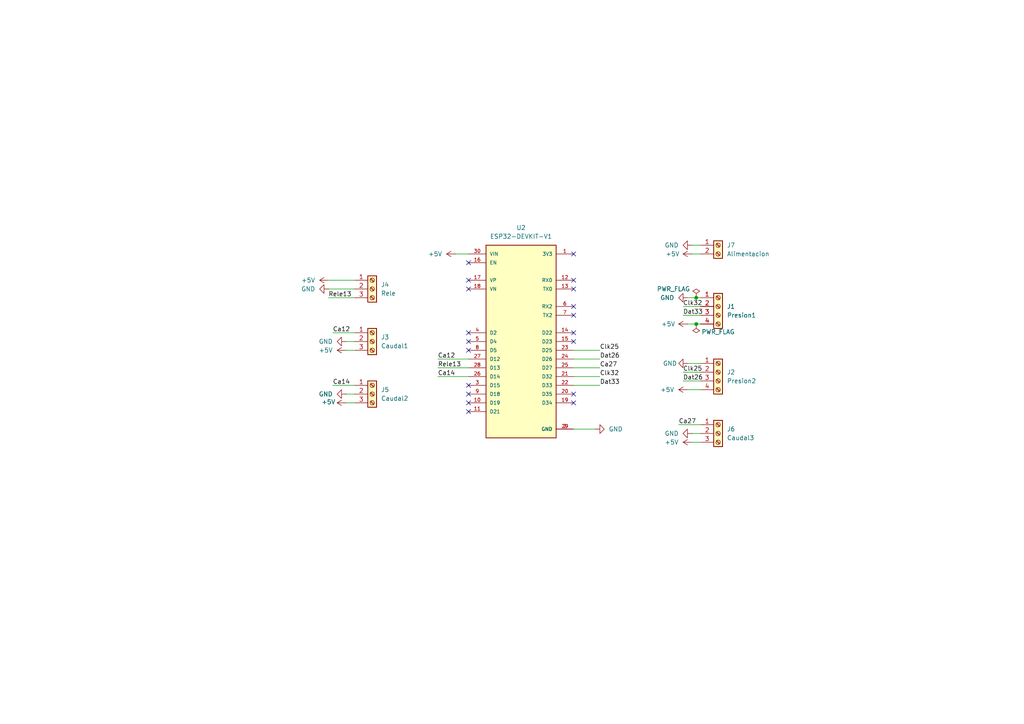
<source format=kicad_sch>
(kicad_sch (version 20250114) (generator "eeschema") (generator_version "9.0")
  (paper "A4")
  (title_block (title "Dispositivo de Análisis de Fugas en Acueducto") (date "17/07/2025"))
  (lib_symbols
    (symbol "BORNERAS:Screw_Terminal_01x02" (pin_names (offset 1.016) (hide yes))
      (property "Reference" "J" (at 0 2.54 0))
      (property "Value" "Screw_Terminal_01x02" (at 0 -5.08 0))
      (symbol "Screw_Terminal_01x02_1_1"
        (rectangle (start -1.27 1.27) (end 1.27 -3.81) (stroke (width 0.254)) (fill (type background)))
        (polyline (pts (xy -0.5334 0.3302) (xy 0.3302 -0.508)) (stroke (width 0.1524)))
        (polyline (pts (xy -0.5334 -2.2098) (xy 0.3302 -3.048)) (stroke (width 0.1524)))
        (polyline (pts (xy -0.3556 0.508) (xy 0.508 -0.3302)) (stroke (width 0.1524)))
        (polyline (pts (xy -0.3556 -2.032) (xy 0.508 -2.8702)) (stroke (width 0.1524)))
        (circle (center 0 0) (radius 0.635) (stroke (width 0.1524)))
        (circle (center 0 -2.54) (radius 0.635) (stroke (width 0.1524)))
        (pin passive line (at -5.08 0 0) (length 3.81) (name "Pin_1") (number "1"))
        (pin passive line (at -5.08 -2.54 0) (length 3.81) (name "Pin_2") (number "2"))
      )
    )
    (symbol "BORNERAS:Screw_Terminal_01x03" (pin_names (offset 1.016) (hide yes))
      (property "Reference" "J" (at 0 5.08 0))
      (property "Value" "Screw_Terminal_01x03" (at 0 -5.08 0))
      (symbol "Screw_Terminal_01x03_1_1"
        (rectangle (start -1.27 3.81) (end 1.27 -3.81) (stroke (width 0.254)) (fill (type background)))
        (polyline (pts (xy -0.5334 2.8702) (xy 0.3302 2.032)) (stroke (width 0.1524)))
        (polyline (pts (xy -0.5334 0.3302) (xy 0.3302 -0.508)) (stroke (width 0.1524)))
        (polyline (pts (xy -0.5334 -2.2098) (xy 0.3302 -3.048)) (stroke (width 0.1524)))
        (polyline (pts (xy -0.3556 3.048) (xy 0.508 2.2098)) (stroke (width 0.1524)))
        (polyline (pts (xy -0.3556 0.508) (xy 0.508 -0.3302)) (stroke (width 0.1524)))
        (polyline (pts (xy -0.3556 -2.032) (xy 0.508 -2.8702)) (stroke (width 0.1524)))
        (circle (center 0 2.54) (radius 0.635) (stroke (width 0.1524)))
        (circle (center 0 0) (radius 0.635) (stroke (width 0.1524)))
        (circle (center 0 -2.54) (radius 0.635) (stroke (width 0.1524)))
        (pin passive line (at -5.08 2.54 0) (length 3.81) (name "Pin_1") (number "1"))
        (pin passive line (at -5.08 0 0) (length 3.81) (name "Pin_2") (number "2"))
        (pin passive line (at -5.08 -2.54 0) (length 3.81) (name "Pin_3") (number "3"))
      )
    )
    (symbol "BORNERAS:Screw_Terminal_01x04" (pin_names (offset 1.016) (hide yes))
      (property "Reference" "J" (at 0 5.08 0))
      (property "Value" "Screw_Terminal_01x04" (at 0 -7.62 0))
      (symbol "Screw_Terminal_01x04_1_1"
        (rectangle (start -1.27 3.81) (end 1.27 -6.35) (stroke (width 0.254)) (fill (type background)))
        (polyline (pts (xy -0.5334 2.8702) (xy 0.3302 2.032)) (stroke (width 0.1524)))
        (polyline (pts (xy -0.5334 0.3302) (xy 0.3302 -0.508)) (stroke (width 0.1524)))
        (polyline (pts (xy -0.5334 -2.2098) (xy 0.3302 -3.048)) (stroke (width 0.1524)))
        (polyline (pts (xy -0.5334 -4.7498) (xy 0.3302 -5.588)) (stroke (width 0.1524)))
        (polyline (pts (xy -0.3556 3.048) (xy 0.508 2.2098)) (stroke (width 0.1524)))
        (polyline (pts (xy -0.3556 0.508) (xy 0.508 -0.3302)) (stroke (width 0.1524)))
        (polyline (pts (xy -0.3556 -2.032) (xy 0.508 -2.8702)) (stroke (width 0.1524)))
        (polyline (pts (xy -0.3556 -4.572) (xy 0.508 -5.4102)) (stroke (width 0.1524)))
        (circle (center 0 2.54) (radius 0.635) (stroke (width 0.1524)))
        (circle (center 0 0) (radius 0.635) (stroke (width 0.1524)))
        (circle (center 0 -2.54) (radius 0.635) (stroke (width 0.1524)))
        (circle (center 0 -5.08) (radius 0.635) (stroke (width 0.1524)))
        (pin passive line (at -5.08 2.54 0) (length 3.81) (name "Pin_1") (number "1"))
        (pin passive line (at -5.08 0 0) (length 3.81) (name "Pin_2") (number "2"))
        (pin passive line (at -5.08 -2.54 0) (length 3.81) (name "Pin_3") (number "3"))
        (pin passive line (at -5.08 -5.08 0) (length 3.81) (name "Pin_4") (number "4"))
      )
    )
    (symbol "DEVKIT-ESP32:ESP32-DEVKIT-V1" (pin_names (offset 1.016))
      (property "Reference" "U" (at -10.16 30.48 0))
      (property "Value" "ESP32-DEVKIT-V1" (at -10.16 -30.48 0))
      (symbol "ESP32-DEVKIT-V1_0_0"
        (rectangle (start -10.16 -27.94) (end 10.16 27.94) (stroke (width 0.254)) (fill (type background)))
        (pin input line (at -15.24 25.4 0) (length 5.08) (name "VIN") (number "30"))
        (pin input line (at -15.24 22.86 0) (length 5.08) (name "EN") (number "16"))
        (pin bidirectional line (at -15.24 17.78 0) (length 5.08) (name "VP") (number "17"))
        (pin bidirectional line (at -15.24 15.24 0) (length 5.08) (name "VN") (number "18"))
        (pin bidirectional line (at -15.24 2.54 0) (length 5.08) (name "D2") (number "4"))
        (pin bidirectional line (at -15.24 0 0) (length 5.08) (name "D4") (number "5"))
        (pin bidirectional line (at -15.24 -2.54 0) (length 5.08) (name "D5") (number "8"))
        (pin bidirectional line (at -15.24 -5.08 0) (length 5.08) (name "D12") (number "27"))
        (pin bidirectional line (at -15.24 -7.62 0) (length 5.08) (name "D13") (number "28"))
        (pin bidirectional line (at -15.24 -10.16 0) (length 5.08) (name "D14") (number "26"))
        (pin bidirectional line (at -15.24 -12.7 0) (length 5.08) (name "D15") (number "3"))
        (pin bidirectional line (at -15.24 -15.24 0) (length 5.08) (name "D18") (number "9"))
        (pin bidirectional line (at -15.24 -17.78 0) (length 5.08) (name "D19") (number "10"))
        (pin bidirectional line (at -15.24 -20.32 0) (length 5.08) (name "D21") (number "11"))
        (pin output line (at 15.24 25.4 180) (length 5.08) (name "3V3") (number "1"))
        (pin input line (at 15.24 17.78 180) (length 5.08) (name "RX0") (number "12"))
        (pin output line (at 15.24 15.24 180) (length 5.08) (name "TX0") (number "13"))
        (pin input line (at 15.24 10.16 180) (length 5.08) (name "RX2") (number "6"))
        (pin output line (at 15.24 7.62 180) (length 5.08) (name "TX2") (number "7"))
        (pin bidirectional line (at 15.24 2.54 180) (length 5.08) (name "D22") (number "14"))
        (pin bidirectional line (at 15.24 0 180) (length 5.08) (name "D23") (number "15"))
        (pin bidirectional line (at 15.24 -2.54 180) (length 5.08) (name "D25") (number "23"))
        (pin bidirectional line (at 15.24 -5.08 180) (length 5.08) (name "D26") (number "24"))
        (pin bidirectional line (at 15.24 -7.62 180) (length 5.08) (name "D27") (number "25"))
        (pin bidirectional line (at 15.24 -10.16 180) (length 5.08) (name "D32") (number "21"))
        (pin bidirectional line (at 15.24 -12.7 180) (length 5.08) (name "D33") (number "22"))
        (pin bidirectional line (at 15.24 -15.24 180) (length 5.08) (name "D35") (number "20"))
        (pin bidirectional line (at 15.24 -17.78 180) (length 5.08) (name "D34") (number "19"))
        (pin power_in line (at 15.24 -25.4 180) (length 5.08) (name "GND") (number "2"))
        (pin power_in line (at 15.24 -25.4 180) (length 5.08) (name "GND") (number "29"))
      )
    )
    (symbol "power:+5V" (power) (pin_numbers (hide yes)) (pin_names (offset 0) (hide yes))
      (property "Value" "+5V" (at 0 3.556 0))
      (symbol "+5V_0_1"
        (polyline (pts (xy -0.762 1.27) (xy 0 2.54)))
        (polyline (pts (xy 0 2.54) (xy 0.762 1.27)))
        (polyline (pts (xy 0 0) (xy 0 2.54)))
      )
      (symbol "+5V_1_1"
        (pin power_in line (at 0 0 90) (length 0) (name "~") (number "1"))
      )
    )
    (symbol "power:GND" (power) (pin_numbers (hide yes)) (pin_names (offset 0) (hide yes))
      (property "Value" "GND" (at 0 -3.81 0))
      (symbol "GND_0_1"
        (polyline (pts (xy 0 0) (xy 0 -1.27) (xy 1.27 -1.27) (xy 0 -2.54) (xy -1.27 -1.27) (xy 0 -1.27)))
      )
      (symbol "GND_1_1"
        (pin power_in line (at 0 0 270) (length 0) (name "~") (number "1"))
      )
    )
    (symbol "power:PWR_FLAG" (power) (pin_numbers (hide yes)) (pin_names (offset 0) (hide yes))
      (property "Value" "PWR_FLAG" (at 0 3.81 0))
      (symbol "PWR_FLAG_0_0"
        (pin power_out line (at 0 0 90) (length 0) (name "~") (number "1"))
      )
      (symbol "PWR_FLAG_0_1"
        (polyline (pts (xy 0 0) (xy 0 1.27) (xy -1.016 1.905) (xy 0 2.54) (xy 1.016 1.905) (xy 0 1.27)))
      )
    )
  )
  (junction (at 201.93 86.36))
  (junction (at 201.93 93.98))
  (no_connect (at 166.37 88.9))
  (no_connect (at 166.37 96.52))
  (no_connect (at 135.89 116.84))
  (no_connect (at 135.89 101.6))
  (no_connect (at 166.37 81.28))
  (no_connect (at 135.89 99.06))
  (no_connect (at 166.37 91.44))
  (no_connect (at 135.89 81.28))
  (no_connect (at 135.89 76.2))
  (no_connect (at 166.37 73.66))
  (no_connect (at 166.37 116.84))
  (no_connect (at 166.37 114.3))
  (no_connect (at 135.89 114.3))
  (no_connect (at 135.89 83.82))
  (no_connect (at 135.89 119.38))
  (no_connect (at 166.37 83.82))
  (no_connect (at 166.37 99.06))
  (no_connect (at 135.89 111.76))
  (no_connect (at 135.89 96.52))
  (wire (pts (xy 132.08 73.66) (xy 135.89 73.66)))
  (wire (pts (xy 198.12 88.9) (xy 203.2 88.9)))
  (wire (pts (xy 127 109.22) (xy 135.89 109.22)))
  (wire (pts (xy 200.66 128.27) (xy 203.2 128.27)))
  (wire (pts (xy 100.33 116.84) (xy 102.87 116.84)))
  (wire (pts (xy 95.25 81.28) (xy 102.87 81.28)))
  (wire (pts (xy 166.37 109.22) (xy 173.99 109.22)))
  (wire (pts (xy 200.66 73.66) (xy 203.2 73.66)))
  (wire (pts (xy 199.39 93.98) (xy 201.93 93.98)))
  (wire (pts (xy 199.39 113.03) (xy 203.2 113.03)))
  (wire (pts (xy 200.66 125.73) (xy 203.2 125.73)))
  (wire (pts (xy 201.93 93.98) (xy 203.2 93.98)))
  (wire (pts (xy 198.12 91.44) (xy 203.2 91.44)))
  (wire (pts (xy 201.93 86.36) (xy 203.2 86.36)))
  (wire (pts (xy 127 106.68) (xy 135.89 106.68)))
  (wire (pts (xy 199.39 105.41) (xy 203.2 105.41)))
  (wire (pts (xy 166.37 111.76) (xy 173.99 111.76)))
  (wire (pts (xy 100.33 101.6) (xy 102.87 101.6)))
  (wire (pts (xy 100.33 99.06) (xy 102.87 99.06)))
  (wire (pts (xy 100.33 114.3) (xy 102.87 114.3)))
  (wire (pts (xy 95.25 86.36) (xy 102.87 86.36)))
  (wire (pts (xy 198.12 110.49) (xy 203.2 110.49)))
  (wire (pts (xy 96.52 96.52) (xy 102.87 96.52)))
  (wire (pts (xy 199.39 86.36) (xy 201.93 86.36)))
  (wire (pts (xy 200.66 71.12) (xy 203.2 71.12)))
  (wire (pts (xy 198.12 107.95) (xy 203.2 107.95)))
  (wire (pts (xy 166.37 104.14) (xy 173.99 104.14)))
  (wire (pts (xy 96.52 111.76) (xy 102.87 111.76)))
  (wire (pts (xy 95.25 83.82) (xy 102.87 83.82)))
  (wire (pts (xy 166.37 101.6) (xy 173.99 101.6)))
  (wire (pts (xy 196.85 123.19) (xy 203.2 123.19)))
  (wire (pts (xy 127 104.14) (xy 135.89 104.14)))
  (wire (pts (xy 166.37 106.68) (xy 173.99 106.68)))
  (wire (pts (xy 166.37 124.46) (xy 172.72 124.46)))
  (label "Clk25" (at 198.12 107.95 0))
  (label "Ca14" (at 96.52 111.76 0))
  (label "Dat33" (at 198.12 91.44 0))
  (label "Rele13" (at 95.25 86.36 0))
  (label "Ca27" (at 173.99 106.68 0))
  (label "Dat33" (at 173.99 111.76 0))
  (label "Ca12" (at 127 104.14 0))
  (label "Clk32" (at 198.12 88.9 0))
  (label "Dat26" (at 173.99 104.14 0))
  (label "Clk32" (at 173.99 109.22 0))
  (label "Ca12" (at 96.52 96.52 0))
  (label "Dat26" (at 198.12 110.49 0))
  (label "Clk25" (at 173.99 101.6 0))
  (label "Ca14" (at 127 109.22 0))
  (label "Ca27" (at 196.85 123.19 0))
  (label "Rele13" (at 127 106.68 0))
  (symbol (lib_id "power:PWR_FLAG") (at 201.93 93.98 180) (unit 1)
    (property "Reference" "#FLG0101" (effects (hide yes)))
    (property "Value" "PWR_FLAG" (at 208.28 96.266 0))
    (property "Description" "Special symbol for telling ERC where power comes from" (effects (hide yes)))
  )
  (symbol (lib_id "power:GND") (at 199.39 86.36 270) (unit 1)
    (property "Reference" "#PWR022" (effects (hide yes)))
    (property "Value" "GND" (at 195.58 86.3599 90) (effects (justify right)))
    (property "Description" "Power symbol creates a global label with name \"GND\" , ground" (effects (hide yes)))
  )
  (symbol (lib_id "BORNERAS:Screw_Terminal_01x04") (at 208.28 88.9 0) (unit 1)
    (property "Reference" "J1" (at 210.82 88.8999 0) (effects (justify left)))
    (property "Value" "Presion1" (at 210.82 91.4399 0) (effects (justify left)))
    (property "Footprint" "TerminalBlock:TerminalBlock_bornier-4_P5.08mm" (effects (hide yes)))
    (property "Description" "Generic screw terminal, single row, 01x04, script generated (kicad-library-utils/schlib/autogen/connector/)" (effects (hide yes)))
  )
  (symbol (lib_id "power:PWR_FLAG") (at 201.93 86.36 0) (unit 1)
    (property "Reference" "#FLG03" (effects (hide yes)))
    (property "Value" "PWR_FLAG" (at 195.326 83.82 0))
    (property "Description" "Special symbol for telling ERC where power comes from" (effects (hide yes)))
  )
  (symbol (lib_id "BORNERAS:Screw_Terminal_01x04") (at 208.28 107.95 0) (unit 1)
    (property "Reference" "J2" (at 210.82 107.9499 0) (effects (justify left)))
    (property "Value" "Presion2" (at 210.82 110.4899 0) (effects (justify left)))
    (property "Footprint" "TerminalBlock:TerminalBlock_bornier-4_P5.08mm" (effects (hide yes)))
    (property "Description" "Generic screw terminal, single row, 01x04, script generated (kicad-library-utils/schlib/autogen/connector/)" (effects (hide yes)))
  )
  (symbol (lib_id "power:+5V") (at 199.39 113.03 90) (unit 1)
    (property "Reference" "#PWR025" (effects (hide yes)))
    (property "Value" "+5V" (at 195.58 113.0299 90) (effects (justify left)))
    (property "Description" "Power symbol creates a global label with name \"+5V\"" (effects (hide yes)))
  )
  (symbol (lib_id "power:+5V") (at 200.66 128.27 90) (unit 1)
    (property "Reference" "#PWR032" (effects (hide yes)))
    (property "Value" "+5V" (at 196.85 128.2699 90) (effects (justify left)))
    (property "Description" "Power symbol creates a global label with name \"+5V\"" (effects (hide yes)))
  )
  (symbol (lib_id "BORNERAS:Screw_Terminal_01x03") (at 208.28 125.73 0) (unit 1)
    (property "Reference" "J6" (at 210.82 124.4599 0) (effects (justify left)))
    (property "Value" "Caudal3" (at 210.82 126.9999 0) (effects (justify left)))
    (property "Footprint" "TerminalBlock:TerminalBlock_bornier-3_P5.08mm" (effects (hide yes)))
    (property "Description" "Generic screw terminal, single row, 01x03, script generated (kicad-library-utils/schlib/autogen/connector/)" (effects (hide yes)))
  )
  (symbol (lib_id "power:+5V") (at 95.25 81.28 90) (unit 1)
    (property "Reference" "#PWR019" (effects (hide yes)))
    (property "Value" "+5V" (at 91.44 81.2799 90) (effects (justify left)))
    (property "Description" "Power symbol creates a global label with name \"+5V\"" (effects (hide yes)))
  )
  (symbol (lib_id "DEVKIT-ESP32:ESP32-DEVKIT-V1") (at 151.13 99.06 0) (unit 1)
    (property "Reference" "U2" (at 151.13 66.04 0))
    (property "Value" "ESP32-DEVKIT-V1" (at 151.13 68.58 0))
    (property "Footprint" "DEVKIT-ESP32:MODULE_ESP32_DEVKIT_V1" (effects (hide yes)))
    (property "MF" "Do it" (effects (hide yes)))
    (property "MAXIMUM_PACKAGE_HEIGHT" "6.8 mm" (effects (hide yes)))
    (property "Package" "None" (effects (hide yes)))
    (property "Price" "None" (effects (hide yes)))
    (property "Check_prices" "https://www.snapeda.com/parts/ESP32-DEVKIT-V1/Do+it/view-part/?ref=eda" (effects (hide yes)))
    (property "STANDARD" "Manufacturer Recommendations" (effects (hide yes)))
    (property "PARTREV" "N/A" (effects (hide yes)))
    (property "SnapEDA_Link" "https://www.snapeda.com/parts/ESP32-DEVKIT-V1/Do+it/view-part/?ref=snap" (effects (hide yes)))
    (property "MP" "ESP32-DEVKIT-V1" (effects (hide yes)))
    (property "Description_1" "Dual core, Wi-Fi: 2.4 GHz up to 150 Mbits/s,BLE (Bluetooth Low Energy) and legacy Bluetooth, 32 bits, Up to 240 MHz" (effects (hide yes)))
    (property "Availability" "Not in stock" (effects (hide yes)))
    (property "MANUFACTURER" "DOIT" (effects (hide yes)))
  )
  (symbol (lib_id "BORNERAS:Screw_Terminal_01x02") (at 208.28 71.12 0) (unit 1)
    (property "Reference" "J7" (at 210.82 71.1199 0) (effects (justify left)))
    (property "Value" "Alimentacion" (at 210.82 73.6599 0) (effects (justify left)))
    (property "Footprint" "TerminalBlock:TerminalBlock_bornier-2_P5.08mm" (effects (hide yes)))
    (property "Description" "Generic screw terminal, single row, 01x02, script generated (kicad-library-utils/schlib/autogen/connector/)" (effects (hide yes)))
  )
  (symbol (lib_id "BORNERAS:Screw_Terminal_01x03") (at 107.95 83.82 0) (unit 1)
    (property "Reference" "J4" (at 110.49 82.5499 0) (effects (justify left)))
    (property "Value" "Rele" (at 110.49 85.0899 0) (effects (justify left)))
    (property "Footprint" "TerminalBlock:TerminalBlock_bornier-3_P5.08mm" (effects (hide yes)))
    (property "Description" "Generic screw terminal, single row, 01x03, script generated (kicad-library-utils/schlib/autogen/connector/)" (effects (hide yes)))
  )
  (symbol (lib_id "power:GND") (at 100.33 114.3 270) (unit 1)
    (property "Reference" "#PWR029" (effects (hide yes)))
    (property "Value" "GND" (at 96.52 114.2999 90) (effects (justify right)))
    (property "Description" "Power symbol creates a global label with name \"GND\" , ground" (effects (hide yes)))
  )
  (symbol (lib_id "power:GND") (at 199.39 105.41 270) (unit 1)
    (property "Reference" "#PWR026" (effects (hide yes)))
    (property "Value" "GND" (at 194.31 105.41 90))
    (property "Description" "Power symbol creates a global label with name \"GND\" , ground" (effects (hide yes)))
  )
  (symbol (lib_id "power:GND") (at 200.66 71.12 270) (unit 1)
    (property "Reference" "#PWR023" (effects (hide yes)))
    (property "Value" "GND" (at 196.85 71.1199 90) (effects (justify right)))
    (property "Description" "Power symbol creates a global label with name \"GND\" , ground" (effects (hide yes)))
  )
  (symbol (lib_id "power:GND") (at 200.66 125.73 270) (unit 1)
    (property "Reference" "#PWR031" (effects (hide yes)))
    (property "Value" "GND" (at 196.85 125.7299 90) (effects (justify right)))
    (property "Description" "Power symbol creates a global label with name \"GND\" , ground" (effects (hide yes)))
  )
  (symbol (lib_id "power:+5V") (at 200.66 73.66 90) (unit 1)
    (property "Reference" "#PWR01" (effects (hide yes)))
    (property "Value" "+5V" (at 195.072 73.66 90))
    (property "Description" "Power symbol creates a global label with name \"+5V\"" (effects (hide yes)))
  )
  (symbol (lib_id "power:+5V") (at 132.08 73.66 90) (unit 1)
    (property "Reference" "#PWR017" (effects (hide yes)))
    (property "Value" "+5V" (at 128.27 73.6599 90) (effects (justify left)))
    (property "Description" "Power symbol creates a global label with name \"+5V\"" (effects (hide yes)))
  )
  (symbol (lib_id "power:+5V") (at 100.33 116.84 90) (unit 1)
    (property "Reference" "#PWR030" (effects (hide yes)))
    (property "Value" "+5V" (at 95.25 116.586 90))
    (property "Description" "Power symbol creates a global label with name \"+5V\"" (effects (hide yes)))
  )
  (symbol (lib_id "power:GND") (at 100.33 99.06 270) (unit 1)
    (property "Reference" "#PWR027" (effects (hide yes)))
    (property "Value" "GND" (at 96.52 99.0599 90) (effects (justify right)))
    (property "Description" "Power symbol creates a global label with name \"GND\" , ground" (effects (hide yes)))
  )
  (symbol (lib_id "power:GND") (at 172.72 124.46 90) (unit 1)
    (property "Reference" "#PWR018" (effects (hide yes)))
    (property "Value" "GND" (at 176.53 124.4599 90) (effects (justify right)))
    (property "Description" "Power symbol creates a global label with name \"GND\" , ground" (effects (hide yes)))
  )
  (symbol (lib_id "power:+5V") (at 100.33 101.6 90) (unit 1)
    (property "Reference" "#PWR028" (effects (hide yes)))
    (property "Value" "+5V" (at 96.52 101.5999 90) (effects (justify left)))
    (property "Description" "Power symbol creates a global label with name \"+5V\"" (effects (hide yes)))
  )
  (symbol (lib_id "power:GND") (at 95.25 83.82 270) (unit 1)
    (property "Reference" "#PWR020" (effects (hide yes)))
    (property "Value" "GND" (at 91.44 83.8199 90) (effects (justify right)))
    (property "Description" "Power symbol creates a global label with name \"GND\" , ground" (effects (hide yes)))
  )
  (symbol (lib_id "BORNERAS:Screw_Terminal_01x03") (at 107.95 99.06 0) (unit 1)
    (property "Reference" "J3" (at 110.49 97.7899 0) (effects (justify left)))
    (property "Value" "Caudal1" (at 110.49 100.3299 0) (effects (justify left)))
    (property "Footprint" "TerminalBlock:TerminalBlock_bornier-3_P5.08mm" (effects (hide yes)))
    (property "Description" "Generic screw terminal, single row, 01x03, script generated (kicad-library-utils/schlib/autogen/connector/)" (effects (hide yes)))
  )
  (symbol (lib_id "BORNERAS:Screw_Terminal_01x03") (at 107.95 114.3 0) (unit 1)
    (property "Reference" "J5" (at 110.49 113.0299 0) (effects (justify left)))
    (property "Value" "Caudal2" (at 110.49 115.5699 0) (effects (justify left)))
    (property "Footprint" "TerminalBlock:TerminalBlock_bornier-3_P5.08mm" (effects (hide yes)))
    (property "Description" "Generic screw terminal, single row, 01x03, script generated (kicad-library-utils/schlib/autogen/connector/)" (effects (hide yes)))
  )
  (symbol (lib_id "power:+5V") (at 199.39 93.98 90) (unit 1)
    (property "Reference" "#PWR021" (effects (hide yes)))
    (property "Value" "+5V" (at 193.802 93.98 90))
    (property "Description" "Power symbol creates a global label with name \"+5V\"" (effects (hide yes)))
  )
)
</source>
